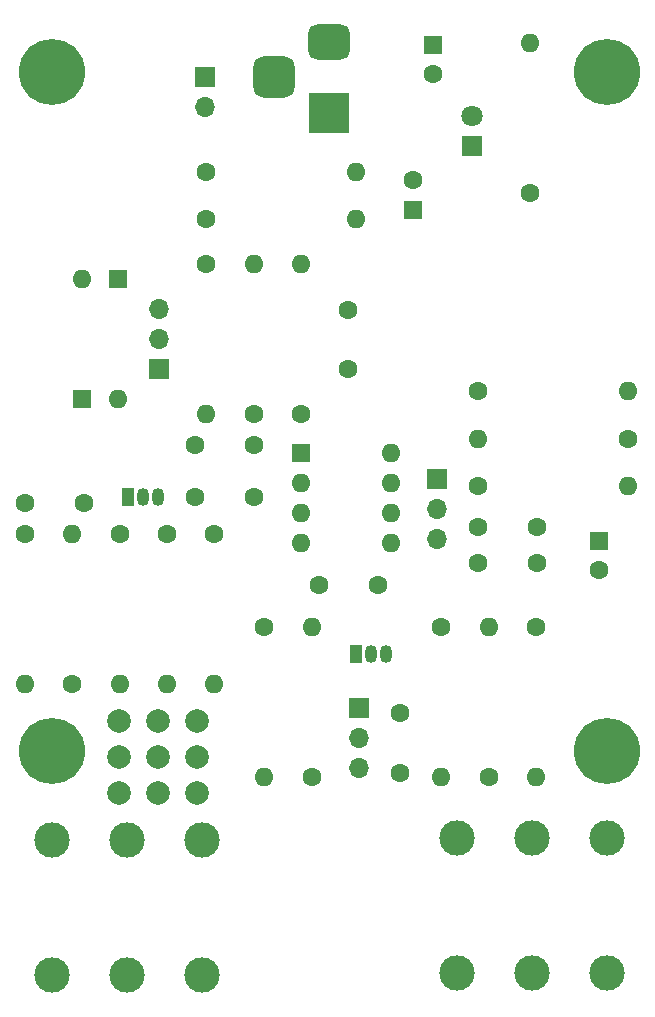
<source format=gbr>
%TF.GenerationSoftware,KiCad,Pcbnew,7.0.7*%
%TF.CreationDate,2024-01-22T02:15:57+01:00*%
%TF.ProjectId,Overdrive,4f766572-6472-4697-9665-2e6b69636164,rev?*%
%TF.SameCoordinates,Original*%
%TF.FileFunction,Soldermask,Bot*%
%TF.FilePolarity,Negative*%
%FSLAX46Y46*%
G04 Gerber Fmt 4.6, Leading zero omitted, Abs format (unit mm)*
G04 Created by KiCad (PCBNEW 7.0.7) date 2024-01-22 02:15:57*
%MOMM*%
%LPD*%
G01*
G04 APERTURE LIST*
G04 Aperture macros list*
%AMRoundRect*
0 Rectangle with rounded corners*
0 $1 Rounding radius*
0 $2 $3 $4 $5 $6 $7 $8 $9 X,Y pos of 4 corners*
0 Add a 4 corners polygon primitive as box body*
4,1,4,$2,$3,$4,$5,$6,$7,$8,$9,$2,$3,0*
0 Add four circle primitives for the rounded corners*
1,1,$1+$1,$2,$3*
1,1,$1+$1,$4,$5*
1,1,$1+$1,$6,$7*
1,1,$1+$1,$8,$9*
0 Add four rect primitives between the rounded corners*
20,1,$1+$1,$2,$3,$4,$5,0*
20,1,$1+$1,$4,$5,$6,$7,0*
20,1,$1+$1,$6,$7,$8,$9,0*
20,1,$1+$1,$8,$9,$2,$3,0*%
G04 Aperture macros list end*
%ADD10C,1.600000*%
%ADD11C,5.600000*%
%ADD12O,1.600000X1.600000*%
%ADD13R,3.500000X3.500000*%
%ADD14RoundRect,0.750000X-1.000000X0.750000X-1.000000X-0.750000X1.000000X-0.750000X1.000000X0.750000X0*%
%ADD15RoundRect,0.875000X-0.875000X0.875000X-0.875000X-0.875000X0.875000X-0.875000X0.875000X0.875000X0*%
%ADD16R,1.700000X1.700000*%
%ADD17O,1.700000X1.700000*%
%ADD18R,1.600000X1.600000*%
%ADD19R,1.050000X1.500000*%
%ADD20O,1.050000X1.500000*%
%ADD21R,1.800000X1.800000*%
%ADD22C,1.800000*%
%ADD23C,3.000000*%
%ADD24C,2.000000*%
G04 APERTURE END LIST*
D10*
%TO.C,C1*%
X106095000Y-104150000D03*
X111095000Y-104150000D03*
%TD*%
D11*
%TO.C,J4*%
X94000000Y-72500000D03*
%TD*%
D10*
%TO.C,R19*%
X134500000Y-82750000D03*
D12*
X134500000Y-70050000D03*
%TD*%
D10*
%TO.C,C3*%
X123500000Y-131850000D03*
X123500000Y-126850000D03*
%TD*%
%TO.C,C9*%
X106095000Y-108500000D03*
X111095000Y-108500000D03*
%TD*%
D11*
%TO.C,J6*%
X94000000Y-130000000D03*
%TD*%
D13*
%TO.C,J2*%
X117500000Y-76000000D03*
D14*
X117500000Y-70000000D03*
D15*
X112800000Y-73000000D03*
%TD*%
D16*
%TO.C,RV1*%
X126595000Y-107000000D03*
D17*
X126595000Y-109540000D03*
X126595000Y-112080000D03*
%TD*%
D10*
%TO.C,C8*%
X91745000Y-109000000D03*
X96745000Y-109000000D03*
%TD*%
D18*
%TO.C,C11*%
X124595000Y-84182379D03*
D10*
X124595000Y-81682379D03*
%TD*%
D16*
%TO.C,RV3*%
X120000000Y-126350000D03*
D17*
X120000000Y-128890000D03*
X120000000Y-131430000D03*
%TD*%
D10*
%TO.C,R8*%
X115095000Y-101500000D03*
D12*
X115095000Y-88800000D03*
%TD*%
D10*
%TO.C,C2*%
X130095000Y-114080000D03*
X135095000Y-114080000D03*
%TD*%
D19*
%TO.C,Q2*%
X100475000Y-108500000D03*
D20*
X101745000Y-108500000D03*
X103015000Y-108500000D03*
%TD*%
D21*
%TO.C,D3*%
X129595000Y-78775000D03*
D22*
X129595000Y-76235000D03*
%TD*%
D10*
%TO.C,R7*%
X131000000Y-132200000D03*
D12*
X131000000Y-119500000D03*
%TD*%
D10*
%TO.C,R11*%
X130095000Y-99580000D03*
D12*
X142795000Y-99580000D03*
%TD*%
D10*
%TO.C,R6*%
X116000000Y-132200000D03*
D12*
X116000000Y-119500000D03*
%TD*%
D18*
%TO.C,C5*%
X140345000Y-112217621D03*
D10*
X140345000Y-114717621D03*
%TD*%
D23*
%TO.C,J1*%
X100350000Y-149000000D03*
X100350000Y-137570000D03*
X94000000Y-149000000D03*
X94000000Y-137570000D03*
X106700000Y-149000000D03*
X106700000Y-137570000D03*
%TD*%
D10*
%TO.C,C6*%
X119095000Y-92650000D03*
X119095000Y-97650000D03*
%TD*%
%TO.C,R1*%
X142795000Y-103580000D03*
D12*
X130095000Y-103580000D03*
%TD*%
D10*
%TO.C,R14*%
X99745000Y-111650000D03*
D12*
X99745000Y-124350000D03*
%TD*%
D10*
%TO.C,C4*%
X121595000Y-116000000D03*
X116595000Y-116000000D03*
%TD*%
D11*
%TO.C,J7*%
X141000000Y-130000000D03*
%TD*%
D18*
%TO.C,D2*%
X99595000Y-90070000D03*
D12*
X99595000Y-100230000D03*
%TD*%
D16*
%TO.C,BT1*%
X107000000Y-73000000D03*
D17*
X107000000Y-75540000D03*
%TD*%
D10*
%TO.C,R5*%
X112000000Y-119500000D03*
D12*
X112000000Y-132200000D03*
%TD*%
D24*
%TO.C,SW1*%
X99698000Y-127452000D03*
X99698000Y-130500000D03*
X99698000Y-133548000D03*
X103000000Y-127452000D03*
X103000000Y-130500000D03*
X103000000Y-133548000D03*
X106302000Y-127452000D03*
X106302000Y-130500000D03*
X106302000Y-133548000D03*
%TD*%
D10*
%TO.C,R12*%
X95745000Y-124350000D03*
D12*
X95745000Y-111650000D03*
%TD*%
D10*
%TO.C,R10*%
X135000000Y-119500000D03*
D12*
X135000000Y-132200000D03*
%TD*%
D19*
%TO.C,Q1*%
X119730000Y-121850000D03*
D20*
X121000000Y-121850000D03*
X122270000Y-121850000D03*
%TD*%
D10*
%TO.C,R17*%
X107745000Y-111650000D03*
D12*
X107745000Y-124350000D03*
%TD*%
D10*
%TO.C,R15*%
X107095000Y-85000000D03*
D12*
X119795000Y-85000000D03*
%TD*%
D10*
%TO.C,R13*%
X91745000Y-111650000D03*
D12*
X91745000Y-124350000D03*
%TD*%
D10*
%TO.C,C12*%
X130095000Y-111080000D03*
X135095000Y-111080000D03*
%TD*%
%TO.C,R3*%
X130095000Y-107580000D03*
D12*
X142795000Y-107580000D03*
%TD*%
D10*
%TO.C,R18*%
X107095000Y-81000000D03*
D12*
X119795000Y-81000000D03*
%TD*%
D11*
%TO.C,J5*%
X141000000Y-72500000D03*
%TD*%
D10*
%TO.C,R9*%
X127000000Y-119500000D03*
D12*
X127000000Y-132200000D03*
%TD*%
D10*
%TO.C,R2*%
X111095000Y-101500000D03*
D12*
X111095000Y-88800000D03*
%TD*%
D18*
%TO.C,C10*%
X126250000Y-70250000D03*
D10*
X126250000Y-72750000D03*
%TD*%
%TO.C,R4*%
X107095000Y-88800000D03*
D12*
X107095000Y-101500000D03*
%TD*%
D18*
%TO.C,D1*%
X96595000Y-100230000D03*
D12*
X96595000Y-90070000D03*
%TD*%
D16*
%TO.C,RV2*%
X103095000Y-97690000D03*
D17*
X103095000Y-95150000D03*
X103095000Y-92610000D03*
%TD*%
D18*
%TO.C,U1*%
X115095000Y-104770000D03*
D12*
X115095000Y-107310000D03*
X115095000Y-109850000D03*
X115095000Y-112390000D03*
X122715000Y-112390000D03*
X122715000Y-109850000D03*
X122715000Y-107310000D03*
X122715000Y-104770000D03*
%TD*%
D10*
%TO.C,R16*%
X103745000Y-111650000D03*
D12*
X103745000Y-124350000D03*
%TD*%
D23*
%TO.C,J3*%
X134650000Y-137430000D03*
X134650000Y-148860000D03*
X141000000Y-137430000D03*
X141000000Y-148860000D03*
X128300000Y-137430000D03*
X128300000Y-148860000D03*
%TD*%
M02*

</source>
